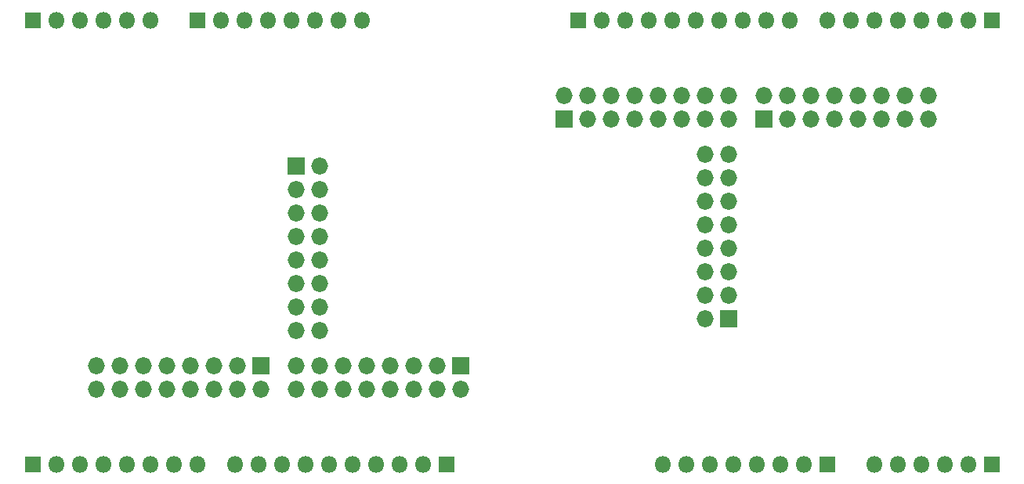
<source format=gbs>
G04 #@! TF.FileFunction,Soldermask,Bot*
%FSLAX46Y46*%
G04 Gerber Fmt 4.6, Leading zero omitted, Abs format (unit mm)*
G04 Created by KiCad (PCBNEW 4.0.5+dfsg1-4) date Tue Oct 16 22:11:46 2018*
%MOMM*%
%LPD*%
G01*
G04 APERTURE LIST*
%ADD10C,0.100000*%
%ADD11R,1.801600X1.801600*%
%ADD12O,1.801600X1.801600*%
%ADD13R,1.828800X1.828800*%
%ADD14O,1.828800X1.828800*%
G04 APERTURE END LIST*
D10*
D11*
X74168000Y-74422000D03*
D12*
X76708000Y-74422000D03*
X79248000Y-74422000D03*
X81788000Y-74422000D03*
X84328000Y-74422000D03*
X86868000Y-74422000D03*
D11*
X91948000Y-74422000D03*
D12*
X94488000Y-74422000D03*
X97028000Y-74422000D03*
X99568000Y-74422000D03*
X102108000Y-74422000D03*
X104648000Y-74422000D03*
X107188000Y-74422000D03*
X109728000Y-74422000D03*
D13*
X120396000Y-111760000D03*
D14*
X120396000Y-114300000D03*
X117856000Y-111760000D03*
X117856000Y-114300000D03*
X115316000Y-111760000D03*
X115316000Y-114300000D03*
X112776000Y-111760000D03*
X112776000Y-114300000D03*
X110236000Y-111760000D03*
X110236000Y-114300000D03*
X107696000Y-111760000D03*
X107696000Y-114300000D03*
X105156000Y-111760000D03*
X105156000Y-114300000D03*
X102616000Y-111760000D03*
X102616000Y-114300000D03*
D11*
X118872000Y-122428000D03*
D12*
X116332000Y-122428000D03*
X113792000Y-122428000D03*
X111252000Y-122428000D03*
X108712000Y-122428000D03*
X106172000Y-122428000D03*
X103632000Y-122428000D03*
X101092000Y-122428000D03*
X98552000Y-122428000D03*
X96012000Y-122428000D03*
D13*
X98806000Y-111760000D03*
D14*
X98806000Y-114300000D03*
X96266000Y-111760000D03*
X96266000Y-114300000D03*
X93726000Y-111760000D03*
X93726000Y-114300000D03*
X91186000Y-111760000D03*
X91186000Y-114300000D03*
X88646000Y-111760000D03*
X88646000Y-114300000D03*
X86106000Y-111760000D03*
X86106000Y-114300000D03*
X83566000Y-111760000D03*
X83566000Y-114300000D03*
X81026000Y-111760000D03*
X81026000Y-114300000D03*
D13*
X102616000Y-90170000D03*
D14*
X105156000Y-90170000D03*
X102616000Y-92710000D03*
X105156000Y-92710000D03*
X102616000Y-95250000D03*
X105156000Y-95250000D03*
X102616000Y-97790000D03*
X105156000Y-97790000D03*
X102616000Y-100330000D03*
X105156000Y-100330000D03*
X102616000Y-102870000D03*
X105156000Y-102870000D03*
X102616000Y-105410000D03*
X105156000Y-105410000D03*
X102616000Y-107950000D03*
X105156000Y-107950000D03*
D11*
X74168000Y-122428000D03*
D12*
X76708000Y-122428000D03*
X79248000Y-122428000D03*
X81788000Y-122428000D03*
X84328000Y-122428000D03*
X86868000Y-122428000D03*
X89408000Y-122428000D03*
X91948000Y-122428000D03*
D13*
X153162000Y-85090000D03*
D14*
X153162000Y-82550000D03*
X155702000Y-85090000D03*
X155702000Y-82550000D03*
X158242000Y-85090000D03*
X158242000Y-82550000D03*
X160782000Y-85090000D03*
X160782000Y-82550000D03*
X163322000Y-85090000D03*
X163322000Y-82550000D03*
X165862000Y-85090000D03*
X165862000Y-82550000D03*
X168402000Y-85090000D03*
X168402000Y-82550000D03*
X170942000Y-85090000D03*
X170942000Y-82550000D03*
D11*
X177800000Y-122428000D03*
D12*
X175260000Y-122428000D03*
X172720000Y-122428000D03*
X170180000Y-122428000D03*
X167640000Y-122428000D03*
X165100000Y-122428000D03*
D11*
X177800000Y-74422000D03*
D12*
X175260000Y-74422000D03*
X172720000Y-74422000D03*
X170180000Y-74422000D03*
X167640000Y-74422000D03*
X165100000Y-74422000D03*
X162560000Y-74422000D03*
X160020000Y-74422000D03*
D11*
X160020000Y-122428000D03*
D12*
X157480000Y-122428000D03*
X154940000Y-122428000D03*
X152400000Y-122428000D03*
X149860000Y-122428000D03*
X147320000Y-122428000D03*
X144780000Y-122428000D03*
X142240000Y-122428000D03*
D11*
X133096000Y-74422000D03*
D12*
X135636000Y-74422000D03*
X138176000Y-74422000D03*
X140716000Y-74422000D03*
X143256000Y-74422000D03*
X145796000Y-74422000D03*
X148336000Y-74422000D03*
X150876000Y-74422000D03*
X153416000Y-74422000D03*
X155956000Y-74422000D03*
D13*
X149352000Y-106680000D03*
D14*
X146812000Y-106680000D03*
X149352000Y-104140000D03*
X146812000Y-104140000D03*
X149352000Y-101600000D03*
X146812000Y-101600000D03*
X149352000Y-99060000D03*
X146812000Y-99060000D03*
X149352000Y-96520000D03*
X146812000Y-96520000D03*
X149352000Y-93980000D03*
X146812000Y-93980000D03*
X149352000Y-91440000D03*
X146812000Y-91440000D03*
X149352000Y-88900000D03*
X146812000Y-88900000D03*
D13*
X131572000Y-85090000D03*
D14*
X131572000Y-82550000D03*
X134112000Y-85090000D03*
X134112000Y-82550000D03*
X136652000Y-85090000D03*
X136652000Y-82550000D03*
X139192000Y-85090000D03*
X139192000Y-82550000D03*
X141732000Y-85090000D03*
X141732000Y-82550000D03*
X144272000Y-85090000D03*
X144272000Y-82550000D03*
X146812000Y-85090000D03*
X146812000Y-82550000D03*
X149352000Y-85090000D03*
X149352000Y-82550000D03*
M02*

</source>
